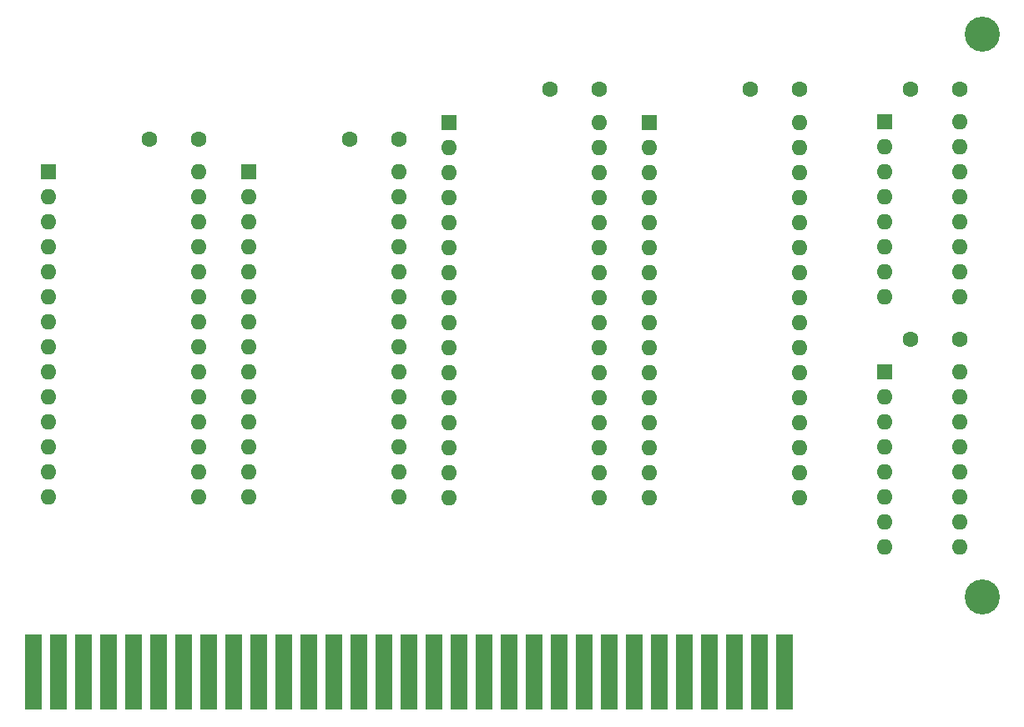
<source format=gbr>
G04 #@! TF.GenerationSoftware,KiCad,Pcbnew,(5.1.8)-1*
G04 #@! TF.CreationDate,2022-03-14T14:00:55-06:00*
G04 #@! TF.ProjectId,640k,3634306b-2e6b-4696-9361-645f70636258,rev?*
G04 #@! TF.SameCoordinates,Original*
G04 #@! TF.FileFunction,Soldermask,Bot*
G04 #@! TF.FilePolarity,Negative*
%FSLAX46Y46*%
G04 Gerber Fmt 4.6, Leading zero omitted, Abs format (unit mm)*
G04 Created by KiCad (PCBNEW (5.1.8)-1) date 2022-03-14 14:00:55*
%MOMM*%
%LPD*%
G01*
G04 APERTURE LIST*
%ADD10O,1.600000X1.600000*%
%ADD11R,1.600000X1.600000*%
%ADD12C,1.600000*%
%ADD13R,1.780000X7.620000*%
%ADD14C,3.556000*%
G04 APERTURE END LIST*
D10*
G04 #@! TO.C,U6*
X163060380Y-73918600D03*
X147820380Y-112018600D03*
X163060380Y-76458600D03*
X147820380Y-109478600D03*
X163060380Y-78998600D03*
X147820380Y-106938600D03*
X163060380Y-81538600D03*
X147820380Y-104398600D03*
X163060380Y-84078600D03*
X147820380Y-101858600D03*
X163060380Y-86618600D03*
X147820380Y-99318600D03*
X163060380Y-89158600D03*
X147820380Y-96778600D03*
X163060380Y-91698600D03*
X147820380Y-94238600D03*
X163060380Y-94238600D03*
X147820380Y-91698600D03*
X163060380Y-96778600D03*
X147820380Y-89158600D03*
X163060380Y-99318600D03*
X147820380Y-86618600D03*
X163060380Y-101858600D03*
X147820380Y-84078600D03*
X163060380Y-104398600D03*
X147820380Y-81538600D03*
X163060380Y-106938600D03*
X147820380Y-78998600D03*
X163060380Y-109478600D03*
X147820380Y-76458600D03*
X163060380Y-112018600D03*
D11*
X147820380Y-73918600D03*
G04 #@! TD*
D10*
G04 #@! TO.C,U3*
X142740380Y-73918600D03*
X127500380Y-112018600D03*
X142740380Y-76458600D03*
X127500380Y-109478600D03*
X142740380Y-78998600D03*
X127500380Y-106938600D03*
X142740380Y-81538600D03*
X127500380Y-104398600D03*
X142740380Y-84078600D03*
X127500380Y-101858600D03*
X142740380Y-86618600D03*
X127500380Y-99318600D03*
X142740380Y-89158600D03*
X127500380Y-96778600D03*
X142740380Y-91698600D03*
X127500380Y-94238600D03*
X142740380Y-94238600D03*
X127500380Y-91698600D03*
X142740380Y-96778600D03*
X127500380Y-89158600D03*
X142740380Y-99318600D03*
X127500380Y-86618600D03*
X142740380Y-101858600D03*
X127500380Y-84078600D03*
X142740380Y-104398600D03*
X127500380Y-81538600D03*
X142740380Y-106938600D03*
X127500380Y-78998600D03*
X142740380Y-109478600D03*
X127500380Y-76458600D03*
X142740380Y-112018600D03*
D11*
X127500380Y-73918600D03*
G04 #@! TD*
D10*
G04 #@! TO.C,U2*
X102100380Y-78968600D03*
X86860380Y-111988600D03*
X102100380Y-81508600D03*
X86860380Y-109448600D03*
X102100380Y-84048600D03*
X86860380Y-106908600D03*
X102100380Y-86588600D03*
X86860380Y-104368600D03*
X102100380Y-89128600D03*
X86860380Y-101828600D03*
X102100380Y-91668600D03*
X86860380Y-99288600D03*
X102100380Y-94208600D03*
X86860380Y-96748600D03*
X102100380Y-96748600D03*
X86860380Y-94208600D03*
X102100380Y-99288600D03*
X86860380Y-91668600D03*
X102100380Y-101828600D03*
X86860380Y-89128600D03*
X102100380Y-104368600D03*
X86860380Y-86588600D03*
X102100380Y-106908600D03*
X86860380Y-84048600D03*
X102100380Y-109448600D03*
X86860380Y-81508600D03*
X102100380Y-111988600D03*
D11*
X86860380Y-78968600D03*
G04 #@! TD*
D10*
G04 #@! TO.C,U1*
X122420380Y-78968600D03*
X107180380Y-111988600D03*
X122420380Y-81508600D03*
X107180380Y-109448600D03*
X122420380Y-84048600D03*
X107180380Y-106908600D03*
X122420380Y-86588600D03*
X107180380Y-104368600D03*
X122420380Y-89128600D03*
X107180380Y-101828600D03*
X122420380Y-91668600D03*
X107180380Y-99288600D03*
X122420380Y-94208600D03*
X107180380Y-96748600D03*
X122420380Y-96748600D03*
X107180380Y-94208600D03*
X122420380Y-99288600D03*
X107180380Y-91668600D03*
X122420380Y-101828600D03*
X107180380Y-89128600D03*
X122420380Y-104368600D03*
X107180380Y-86588600D03*
X122420380Y-106908600D03*
X107180380Y-84048600D03*
X122420380Y-109448600D03*
X107180380Y-81508600D03*
X122420380Y-111988600D03*
D11*
X107180380Y-78968600D03*
G04 #@! TD*
D12*
G04 #@! TO.C,C6*
X163060380Y-70586600D03*
X158060380Y-70586600D03*
G04 #@! TD*
G04 #@! TO.C,C3*
X122420380Y-75666600D03*
X117420380Y-75666600D03*
G04 #@! TD*
G04 #@! TO.C,C2*
X142740380Y-70586600D03*
X137740380Y-70586600D03*
G04 #@! TD*
G04 #@! TO.C,C1*
X102100380Y-75666600D03*
X97100380Y-75666600D03*
G04 #@! TD*
D13*
G04 #@! TO.C,J9*
X85336380Y-129768600D03*
X87876380Y-129768600D03*
X90416380Y-129768600D03*
X92956380Y-129768600D03*
X95496380Y-129768600D03*
X98036380Y-129768600D03*
X100576380Y-129768600D03*
X103116380Y-129768600D03*
X105656380Y-129768600D03*
X108196380Y-129768600D03*
X110736380Y-129768600D03*
X113276380Y-129768600D03*
X115816380Y-129768600D03*
X118356380Y-129768600D03*
X120896380Y-129768600D03*
X123436380Y-129768600D03*
X125976380Y-129768600D03*
X128516380Y-129768600D03*
X131056380Y-129768600D03*
X133596380Y-129768600D03*
X136136380Y-129768600D03*
X138676380Y-129768600D03*
X141216380Y-129768600D03*
X143756380Y-129768600D03*
X146296380Y-129768600D03*
X148836380Y-129768600D03*
X151376380Y-129768600D03*
X153916380Y-129768600D03*
X156456380Y-129768600D03*
X158996380Y-129768600D03*
X161536380Y-129768600D03*
G04 #@! TD*
D14*
G04 #@! TO.C,R*
X181602380Y-122148600D03*
G04 #@! TD*
G04 #@! TO.C,R*
X181602380Y-64998600D03*
G04 #@! TD*
D10*
G04 #@! TO.C,U5*
X179316380Y-99288600D03*
X171696380Y-117068600D03*
X179316380Y-101828600D03*
X171696380Y-114528600D03*
X179316380Y-104368600D03*
X171696380Y-111988600D03*
X179316380Y-106908600D03*
X171696380Y-109448600D03*
X179316380Y-109448600D03*
X171696380Y-106908600D03*
X179316380Y-111988600D03*
X171696380Y-104368600D03*
X179316380Y-114528600D03*
X171696380Y-101828600D03*
X179316380Y-117068600D03*
D11*
X171696380Y-99288600D03*
G04 #@! TD*
D10*
G04 #@! TO.C,U4*
X179316380Y-73888600D03*
X171696380Y-91668600D03*
X179316380Y-76428600D03*
X171696380Y-89128600D03*
X179316380Y-78968600D03*
X171696380Y-86588600D03*
X179316380Y-81508600D03*
X171696380Y-84048600D03*
X179316380Y-84048600D03*
X171696380Y-81508600D03*
X179316380Y-86588600D03*
X171696380Y-78968600D03*
X179316380Y-89128600D03*
X171696380Y-76428600D03*
X179316380Y-91668600D03*
D11*
X171696380Y-73888600D03*
G04 #@! TD*
D12*
G04 #@! TO.C,C5*
X179316380Y-95986600D03*
X174316380Y-95986600D03*
G04 #@! TD*
G04 #@! TO.C,C4*
X179316380Y-70586600D03*
X174316380Y-70586600D03*
G04 #@! TD*
M02*

</source>
